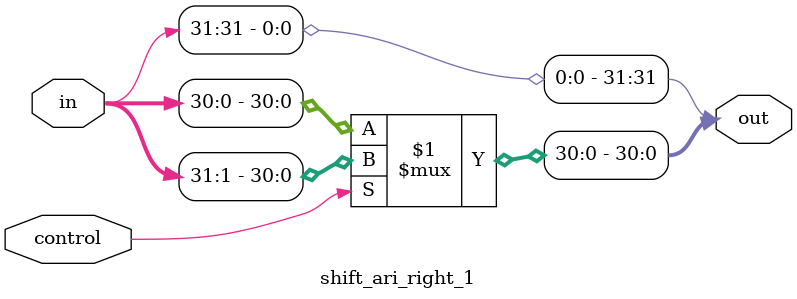
<source format=v>
module shift_ari_right_1(out, in, control);
    input [31:0] in;
    input control;
    output [31:0] out;

    assign out[31] = in[31];
    assign out[30:0] = control ? in[31:1] : in[30:0];
endmodule
</source>
